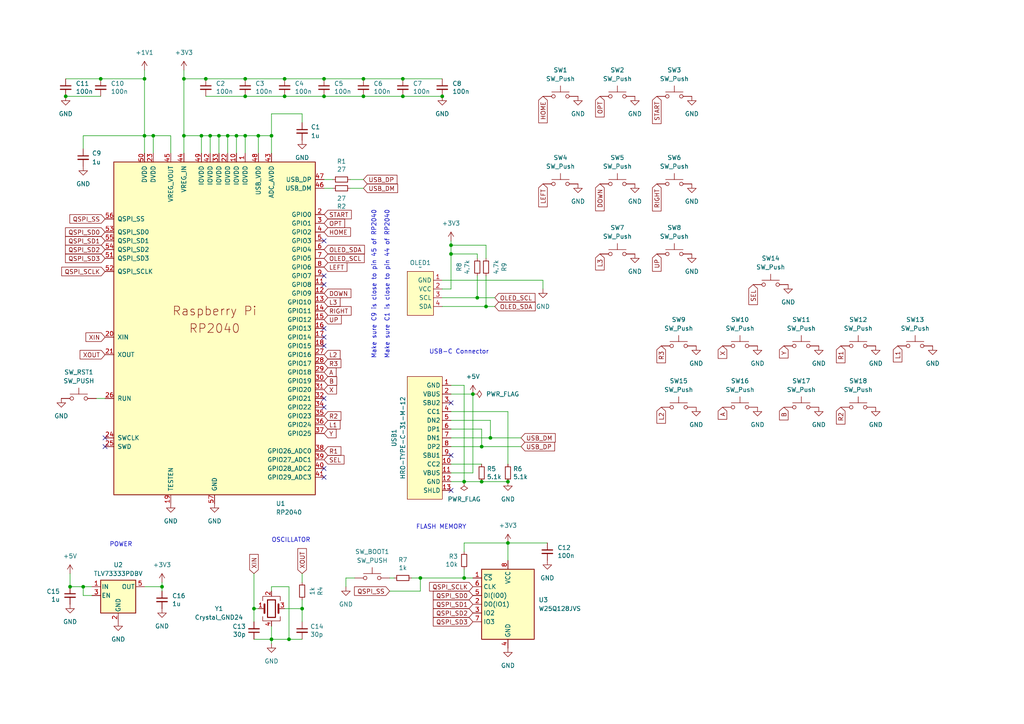
<source format=kicad_sch>
(kicad_sch (version 20230121) (generator eeschema)
  (paper "A4")
  (title_block (title "ergoSHIFT Rev.2") (date "2023-12-21") (rev "2"))
  (lib_symbols
    (symbol "Device:C_Small" (pin_numbers hide) (pin_names (offset 0.254) hide)
      (property "Reference" "C" (at 0.254 1.778 0))
      (property "Value" "C_Small" (at 0.254 -2.032 0))
      (symbol "C_Small_0_1"
        (polyline (pts (xy -1.524 -0.508) (xy 1.524 -0.508)) (stroke (width 0.3302)))
        (polyline (pts (xy -1.524 0.508) (xy 1.524 0.508)) (stroke (width 0.3048)))
      )
      (symbol "C_Small_1_1"
        (pin passive line (at 0 2.54 270) (length 2.032) (name "~") (number "1"))
        (pin passive line (at 0 -2.54 90) (length 2.032) (name "~") (number "2"))
      )
    )
    (symbol "Device:Crystal_GND24" (pin_names (offset 1.016) hide)
      (property "Reference" "Y" (at 3.175 5.08 0))
      (property "Value" "Crystal_GND24" (at 3.175 3.175 0))
      (symbol "Crystal_GND24_0_1"
        (rectangle (start -1.143 2.54) (end 1.143 -2.54) (stroke (width 0.3048)))
        (polyline (pts (xy -2.54 0) (xy -2.032 0)))
        (polyline (pts (xy -2.032 -1.27) (xy -2.032 1.27)) (stroke (width 0.508)))
        (polyline (pts (xy 0 -3.81) (xy 0 -3.556)))
        (polyline (pts (xy 0 3.556) (xy 0 3.81)))
        (polyline (pts (xy 2.032 -1.27) (xy 2.032 1.27)) (stroke (width 0.508)))
        (polyline (pts (xy 2.032 0) (xy 2.54 0)))
        (polyline (pts (xy -2.54 -2.286) (xy -2.54 -3.556) (xy 2.54 -3.556) (xy 2.54 -2.286)))
        (polyline (pts (xy -2.54 2.286) (xy -2.54 3.556) (xy 2.54 3.556) (xy 2.54 2.286)))
      )
      (symbol "Crystal_GND24_1_1"
        (pin passive line (at -3.81 0 0) (length 1.27) (name "1") (number "1"))
        (pin passive line (at 0 5.08 270) (length 1.27) (name "2") (number "2"))
        (pin passive line (at 3.81 0 180) (length 1.27) (name "3") (number "3"))
        (pin passive line (at 0 -5.08 90) (length 1.27) (name "4") (number "4"))
      )
    )
    (symbol "Device:R_Small" (pin_numbers hide) (pin_names (offset 0.254) hide)
      (property "Reference" "R" (at 0.762 0.508 0))
      (property "Value" "R_Small" (at 0.762 -1.016 0))
      (symbol "R_Small_0_1"
        (rectangle (start -0.762 1.778) (end 0.762 -1.778) (stroke (width 0.2032)))
      )
      (symbol "R_Small_1_1"
        (pin passive line (at 0 2.54 270) (length 0.762) (name "~") (number "1"))
        (pin passive line (at 0 -2.54 90) (length 0.762) (name "~") (number "2"))
      )
    )
    (symbol "Memory_Flash:W25Q128JVS"
      (property "Reference" "U" (at -8.89 8.89 0))
      (property "Value" "W25Q128JVS" (at 7.62 8.89 0))
      (symbol "W25Q128JVS_0_1"
        (rectangle (start -7.62 10.16) (end 7.62 -10.16) (stroke (width 0.254)) (fill (type background)))
      )
      (symbol "W25Q128JVS_1_1"
        (pin input line (at -10.16 7.62 0) (length 2.54) (name "~{CS}") (number "1"))
        (pin bidirectional line (at -10.16 0 0) (length 2.54) (name "DO(IO1)") (number "2"))
        (pin bidirectional line (at -10.16 -2.54 0) (length 2.54) (name "IO2") (number "3"))
        (pin power_in line (at 0 -12.7 90) (length 2.54) (name "GND") (number "4"))
        (pin bidirectional line (at -10.16 2.54 0) (length 2.54) (name "DI(IO0)") (number "5"))
        (pin input line (at -10.16 5.08 0) (length 2.54) (name "CLK") (number "6"))
        (pin bidirectional line (at -10.16 -5.08 0) (length 2.54) (name "IO3") (number "7"))
        (pin power_in line (at 0 12.7 270) (length 2.54) (name "VCC") (number "8"))
      )
    )
    (symbol "Regulator_Linear:TLV73333PDBV" (pin_names (offset 0.254))
      (property "Reference" "U" (at -3.81 5.715 0))
      (property "Value" "TLV73333PDBV" (at 0 5.715 0))
      (symbol "TLV73333PDBV_0_1"
        (rectangle (start -5.08 4.445) (end 5.08 -5.08) (stroke (width 0.254)) (fill (type background)))
      )
      (symbol "TLV73333PDBV_1_1"
        (pin power_in line (at -7.62 2.54 0) (length 2.54) (name "IN") (number "1"))
        (pin power_in line (at 0 -7.62 90) (length 2.54) (name "GND") (number "2"))
        (pin input line (at -7.62 0 0) (length 2.54) (name "EN") (number "3"))
        (pin no_connect line (at 5.08 0 180) (length 2.54) hide (name "NC") (number "4"))
        (pin power_out line (at 7.62 2.54 180) (length 2.54) (name "OUT") (number "5"))
      )
    )
    (symbol "Switch:SW_Push" (pin_numbers hide) (pin_names (offset 1.016) hide)
      (property "Reference" "SW" (at 1.27 2.54 0))
      (property "Value" "SW_Push" (at 0 -1.524 0))
      (symbol "SW_Push_0_1"
        (circle (center -2.032 0) (radius 0.508))
        (polyline (pts (xy 0 1.27) (xy 0 3.048)))
        (polyline (pts (xy 2.54 1.27) (xy -2.54 1.27)))
        (circle (center 2.032 0) (radius 0.508))
        (pin passive line (at -5.08 0 0) (length 2.54) (name "1") (number "1"))
        (pin passive line (at 5.08 0 180) (length 2.54) (name "2") (number "2"))
      )
    )
    (symbol "ergoSHIFT-rev2:HRO-TYPE-C-31-M-12"
      (property "Reference" "USB" (at 0 0 0))
      (symbol "HRO-TYPE-C-31-M-12_1_1"
        (rectangle (start -5.08 -1.27) (end 5.08 -36.83) (fill (type background)))
        (pin input line (at 7.62 -3.81 180) (length 2.54) (name "GND") (number "1"))
        (pin input line (at 7.62 -26.67 180) (length 2.54) (name "CC2") (number "10"))
        (pin input line (at 7.62 -29.21 180) (length 2.54) (name "VBUS") (number "11"))
        (pin input line (at 7.62 -31.75 180) (length 2.54) (name "GND") (number "12"))
        (pin input line (at 7.62 -34.29 180) (length 2.54) (name "SHLD") (number "13"))
        (pin input line (at 7.62 -6.35 180) (length 2.54) (name "VBUS") (number "2"))
        (pin input line (at 7.62 -8.89 180) (length 2.54) (name "SBU2") (number "3"))
        (pin input line (at 7.62 -11.43 180) (length 2.54) (name "CC1") (number "4"))
        (pin input line (at 7.62 -13.97 180) (length 2.54) (name "DN2") (number "5"))
        (pin input line (at 7.62 -16.51 180) (length 2.54) (name "DP1") (number "6"))
        (pin input line (at 7.62 -19.05 180) (length 2.54) (name "DN1") (number "7"))
        (pin input line (at 7.62 -21.59 180) (length 2.54) (name "DP2") (number "8"))
        (pin input line (at 7.62 -24.13 180) (length 2.54) (name "SBU1") (number "9"))
      )
    )
    (symbol "ergoSHIFT-rev2:OLED_DISP"
      (property "Reference" "OLED" (at 0 0 0))
      (symbol "OLED_DISP_1_1"
        (rectangle (start -3.81 -1.27) (end 3.81 -13.97) (fill (type background)))
        (pin power_in line (at 6.35 -3.81 180) (length 2.54) (name "GND") (number "1"))
        (pin power_in line (at 6.35 -6.35 180) (length 2.54) (name "VCC") (number "2"))
        (pin input line (at 6.35 -8.89 180) (length 2.54) (name "SCL") (number "3"))
        (pin input line (at 6.35 -11.43 180) (length 2.54) (name "SDA") (number "4"))
      )
    )
    (symbol "ergoSHIFT-rev2:RP2040" (pin_names (offset 1.016))
      (property "Reference" "U" (at -29.21 49.53 0))
      (property "Value" "RP2040" (at 24.13 -49.53 0))
      (symbol "RP2040_0_0"
        (text "Raspberry Pi" (at 0 5.08 0) (effects (font (size 2.54 2.54))))
        (text "RP2040" (at 0 0 0) (effects (font (size 2.54 2.54))))
      )
      (symbol "RP2040_0_1"
        (rectangle (start 29.21 48.26) (end -29.21 -48.26) (stroke (width 0.254)) (fill (type background)))
      )
      (symbol "RP2040_1_1"
        (pin power_in line (at 8.89 50.8 270) (length 2.54) (name "IOVDD") (number "1"))
        (pin power_in line (at 6.35 50.8 270) (length 2.54) (name "IOVDD") (number "10"))
        (pin bidirectional line (at 31.75 12.7 180) (length 2.54) (name "GPIO8") (number "11"))
        (pin bidirectional line (at 31.75 10.16 180) (length 2.54) (name "GPIO9") (number "12"))
        (pin bidirectional line (at 31.75 7.62 180) (length 2.54) (name "GPIO10") (number "13"))
        (pin bidirectional line (at 31.75 5.08 180) (length 2.54) (name "GPIO11") (number "14"))
        (pin bidirectional line (at 31.75 2.54 180) (length 2.54) (name "GPIO12") (number "15"))
        (pin bidirectional line (at 31.75 0 180) (length 2.54) (name "GPIO13") (number "16"))
        (pin bidirectional line (at 31.75 -2.54 180) (length 2.54) (name "GPIO14") (number "17"))
        (pin bidirectional line (at 31.75 -5.08 180) (length 2.54) (name "GPIO15") (number "18"))
        (pin passive line (at -12.7 -50.8 90) (length 2.54) (name "TESTEN") (number "19"))
        (pin bidirectional line (at 31.75 33.02 180) (length 2.54) (name "GPIO0") (number "2"))
        (pin input line (at -31.75 -2.54 0) (length 2.54) (name "XIN") (number "20"))
        (pin passive line (at -31.75 -7.62 0) (length 2.54) (name "XOUT") (number "21"))
        (pin power_in line (at 3.81 50.8 270) (length 2.54) (name "IOVDD") (number "22"))
        (pin power_in line (at -17.78 50.8 270) (length 2.54) (name "DVDD") (number "23"))
        (pin output line (at -31.75 -31.75 0) (length 2.54) (name "SWCLK") (number "24"))
        (pin bidirectional line (at -31.75 -34.29 0) (length 2.54) (name "SWD") (number "25"))
        (pin input line (at -31.75 -20.32 0) (length 2.54) (name "RUN") (number "26"))
        (pin bidirectional line (at 31.75 -7.62 180) (length 2.54) (name "GPIO16") (number "27"))
        (pin bidirectional line (at 31.75 -10.16 180) (length 2.54) (name "GPIO17") (number "28"))
        (pin bidirectional line (at 31.75 -12.7 180) (length 2.54) (name "GPIO18") (number "29"))
        (pin bidirectional line (at 31.75 30.48 180) (length 2.54) (name "GPIO1") (number "3"))
        (pin bidirectional line (at 31.75 -15.24 180) (length 2.54) (name "GPIO19") (number "30"))
        (pin bidirectional line (at 31.75 -17.78 180) (length 2.54) (name "GPIO20") (number "31"))
        (pin bidirectional line (at 31.75 -20.32 180) (length 2.54) (name "GPIO21") (number "32"))
        (pin power_in line (at 1.27 50.8 270) (length 2.54) (name "IOVDD") (number "33"))
        (pin bidirectional line (at 31.75 -22.86 180) (length 2.54) (name "GPIO22") (number "34"))
        (pin bidirectional line (at 31.75 -25.4 180) (length 2.54) (name "GPIO23") (number "35"))
        (pin bidirectional line (at 31.75 -27.94 180) (length 2.54) (name "GPIO24") (number "36"))
        (pin bidirectional line (at 31.75 -30.48 180) (length 2.54) (name "GPIO25") (number "37"))
        (pin bidirectional line (at 31.75 -35.56 180) (length 2.54) (name "GPIO26_ADC0") (number "38"))
        (pin bidirectional line (at 31.75 -38.1 180) (length 2.54) (name "GPIO27_ADC1") (number "39"))
        (pin bidirectional line (at 31.75 27.94 180) (length 2.54) (name "GPIO2") (number "4"))
        (pin bidirectional line (at 31.75 -40.64 180) (length 2.54) (name "GPIO28_ADC2") (number "40"))
        (pin bidirectional line (at 31.75 -43.18 180) (length 2.54) (name "GPIO29_ADC3") (number "41"))
        (pin power_in line (at -1.27 50.8 270) (length 2.54) (name "IOVDD") (number "42"))
        (pin power_in line (at 16.51 50.8 270) (length 2.54) (name "ADC_AVDD") (number "43"))
        (pin power_in line (at -8.89 50.8 270) (length 2.54) (name "VREG_IN") (number "44"))
        (pin power_out line (at -12.7 50.8 270) (length 2.54) (name "VREG_VOUT") (number "45"))
        (pin bidirectional line (at 31.75 40.64 180) (length 2.54) (name "USB_DM") (number "46"))
        (pin bidirectional line (at 31.75 43.18 180) (length 2.54) (name "USB_DP") (number "47"))
        (pin power_in line (at 12.7 50.8 270) (length 2.54) (name "USB_VDD") (number "48"))
        (pin power_in line (at -3.81 50.8 270) (length 2.54) (name "IOVDD") (number "49"))
        (pin bidirectional line (at 31.75 25.4 180) (length 2.54) (name "GPIO3") (number "5"))
        (pin power_in line (at -20.32 50.8 270) (length 2.54) (name "DVDD") (number "50"))
        (pin bidirectional line (at -31.75 20.32 0) (length 2.54) (name "QSPI_SD3") (number "51"))
        (pin output line (at -31.75 16.51 0) (length 2.54) (name "QSPI_SCLK") (number "52"))
        (pin bidirectional line (at -31.75 27.94 0) (length 2.54) (name "QSPI_SD0") (number "53"))
        (pin bidirectional line (at -31.75 22.86 0) (length 2.54) (name "QSPI_SD2") (number "54"))
        (pin bidirectional line (at -31.75 25.4 0) (length 2.54) (name "QSPI_SD1") (number "55"))
        (pin bidirectional line (at -31.75 31.75 0) (length 2.54) (name "QSPI_SS") (number "56"))
        (pin power_in line (at 0 -50.8 90) (length 2.54) (name "GND") (number "57"))
        (pin bidirectional line (at 31.75 22.86 180) (length 2.54) (name "GPIO4") (number "6"))
        (pin bidirectional line (at 31.75 20.32 180) (length 2.54) (name "GPIO5") (number "7"))
        (pin bidirectional line (at 31.75 17.78 180) (length 2.54) (name "GPIO6") (number "8"))
        (pin bidirectional line (at 31.75 15.24 180) (length 2.54) (name "GPIO7") (number "9"))
      )
    )
    (symbol "power:+1V1" (power) (pin_names (offset 0))
      (property "Value" "+1V1" (at 0 3.556 0))
      (symbol "+1V1_0_1"
        (polyline (pts (xy -0.762 1.27) (xy 0 2.54)))
        (polyline (pts (xy 0 0) (xy 0 2.54)))
        (polyline (pts (xy 0 2.54) (xy 0.762 1.27)))
      )
      (symbol "+1V1_1_1"
        (pin power_in line (at 0 0 90) (length 0) hide (name "+1V1") (number "1"))
      )
    )
    (symbol "power:+3V3" (power) (pin_names (offset 0))
      (property "Value" "+3V3" (at 0 3.556 0))
      (symbol "+3V3_0_1"
        (polyline (pts (xy -0.762 1.27) (xy 0 2.54)))
        (polyline (pts (xy 0 0) (xy 0 2.54)))
        (polyline (pts (xy 0 2.54) (xy 0.762 1.27)))
      )
      (symbol "+3V3_1_1"
        (pin power_in line (at 0 0 90) (length 0) hide (name "+3V3") (number "1"))
      )
    )
    (symbol "power:+5V" (power) (pin_names (offset 0))
      (property "Value" "+5V" (at 0 3.556 0))
      (symbol "+5V_0_1"
        (polyline (pts (xy -0.762 1.27) (xy 0 2.54)))
        (polyline (pts (xy 0 0) (xy 0 2.54)))
        (polyline (pts (xy 0 2.54) (xy 0.762 1.27)))
      )
      (symbol "+5V_1_1"
        (pin power_in line (at 0 0 90) (length 0) hide (name "+5V") (number "1"))
      )
    )
    (symbol "power:GND" (power) (pin_names (offset 0))
      (property "Value" "GND" (at 0 -3.81 0))
      (symbol "GND_0_1"
        (polyline (pts (xy 0 0) (xy 0 -1.27) (xy 1.27 -1.27) (xy 0 -2.54) (xy -1.27 -1.27) (xy 0 -1.27)))
      )
      (symbol "GND_1_1"
        (pin power_in line (at 0 0 270) (length 0) hide (name "GND") (number "1"))
      )
    )
    (symbol "power:PWR_FLAG" (power) (pin_numbers hide) (pin_names (offset 0) hide)
      (property "Value" "PWR_FLAG" (at 0 3.81 0))
      (symbol "PWR_FLAG_0_0"
        (pin power_out line (at 0 0 90) (length 0) (name "pwr") (number "1"))
      )
      (symbol "PWR_FLAG_0_1"
        (polyline (pts (xy 0 0) (xy 0 1.27) (xy -1.016 1.905) (xy 0 2.54) (xy 1.016 1.905) (xy 0 1.27)))
      )
    )
  )
  (junction (at 140.97 88.9))
  (junction (at 71.12 27.94))
  (junction (at 73.66 176.53))
  (junction (at 41.91 39.37))
  (junction (at 137.16 114.3))
  (junction (at 139.7 139.7))
  (junction (at 139.7 129.54))
  (junction (at 60.96 39.37))
  (junction (at 130.81 73.66))
  (junction (at 53.34 39.37))
  (junction (at 134.62 167.64))
  (junction (at 116.84 22.86))
  (junction (at 130.81 71.12))
  (junction (at 147.32 139.7))
  (junction (at 134.62 139.7))
  (junction (at 87.63 176.53))
  (junction (at 116.84 27.94))
  (junction (at 147.32 157.48))
  (junction (at 121.92 167.64))
  (junction (at 59.69 22.86))
  (junction (at 53.34 22.86))
  (junction (at 78.74 185.42))
  (junction (at 93.98 22.86))
  (junction (at 63.5 39.37))
  (junction (at 82.55 22.86))
  (junction (at 19.05 27.94))
  (junction (at 74.93 39.37))
  (junction (at 44.45 39.37))
  (junction (at 93.98 27.94))
  (junction (at 138.43 86.36))
  (junction (at 142.24 127))
  (junction (at 29.21 22.86))
  (junction (at 105.41 22.86))
  (junction (at 105.41 27.94))
  (junction (at 24.13 170.18))
  (junction (at 82.55 27.94))
  (junction (at 78.74 39.37))
  (junction (at 68.58 39.37))
  (junction (at 83.82 185.42))
  (junction (at 41.91 22.86))
  (junction (at 20.32 170.18))
  (junction (at 71.12 22.86))
  (junction (at 66.04 39.37))
  (junction (at 71.12 39.37))
  (junction (at 128.27 27.94))
  (junction (at 58.42 39.37))
  (junction (at 46.99 170.18))
  (no_connect (at 93.98 95.25))
  (no_connect (at 30.48 127))
  (no_connect (at 130.81 132.08))
  (no_connect (at 93.98 97.79))
  (no_connect (at 130.81 142.24))
  (no_connect (at 130.81 116.84))
  (no_connect (at 93.98 135.89))
  (no_connect (at 93.98 80.01))
  (no_connect (at 93.98 138.43))
  (no_connect (at 93.98 100.33))
  (no_connect (at 93.98 118.11))
  (no_connect (at 30.48 129.54))
  (no_connect (at 93.98 82.55))
  (no_connect (at 93.98 115.57))
  (no_connect (at 93.98 69.85))
  (wire (pts (xy 87.63 166.37) (xy 87.63 168.91)))
  (wire (pts (xy 41.91 39.37) (xy 44.45 39.37)))
  (wire (pts (xy 44.45 39.37) (xy 44.45 44.45)))
  (wire (pts (xy 46.99 170.18) (xy 46.99 171.45)))
  (wire (pts (xy 82.55 22.86) (xy 93.98 22.86)))
  (wire (pts (xy 130.81 139.7) (xy 134.62 139.7)))
  (wire (pts (xy 116.84 27.94) (xy 128.27 27.94)))
  (wire (pts (xy 20.32 170.18) (xy 24.13 170.18)))
  (wire (pts (xy 78.74 44.45) (xy 78.74 39.37)))
  (wire (pts (xy 130.81 114.3) (xy 137.16 114.3)))
  (wire (pts (xy 138.43 86.36) (xy 143.51 86.36)))
  (wire (pts (xy 140.97 88.9) (xy 128.27 88.9)))
  (wire (pts (xy 63.5 39.37) (xy 63.5 44.45)))
  (wire (pts (xy 73.66 185.42) (xy 78.74 185.42)))
  (wire (pts (xy 134.62 160.02) (xy 134.62 157.48)))
  (wire (pts (xy 140.97 80.01) (xy 140.97 88.9)))
  (wire (pts (xy 139.7 129.54) (xy 151.13 129.54)))
  (wire (pts (xy 134.62 157.48) (xy 147.32 157.48)))
  (wire (pts (xy 130.81 127) (xy 142.24 127)))
  (wire (pts (xy 58.42 39.37) (xy 60.96 39.37)))
  (wire (pts (xy 142.24 121.92) (xy 142.24 127)))
  (wire (pts (xy 78.74 33.02) (xy 78.74 39.37)))
  (wire (pts (xy 130.81 124.46) (xy 139.7 124.46)))
  (wire (pts (xy 73.66 166.37) (xy 73.66 176.53)))
  (wire (pts (xy 139.7 139.7) (xy 147.32 139.7)))
  (wire (pts (xy 134.62 167.64) (xy 137.16 167.64)))
  (wire (pts (xy 128.27 86.36) (xy 138.43 86.36)))
  (wire (pts (xy 138.43 73.66) (xy 130.81 73.66)))
  (wire (pts (xy 140.97 74.93) (xy 140.97 71.12)))
  (wire (pts (xy 73.66 176.53) (xy 73.66 180.34)))
  (wire (pts (xy 41.91 44.45) (xy 41.91 39.37)))
  (wire (pts (xy 60.96 39.37) (xy 60.96 44.45)))
  (wire (pts (xy 53.34 39.37) (xy 53.34 44.45)))
  (wire (pts (xy 27.94 115.57) (xy 30.48 115.57)))
  (wire (pts (xy 63.5 39.37) (xy 66.04 39.37)))
  (wire (pts (xy 83.82 170.18) (xy 83.82 185.42)))
  (wire (pts (xy 78.74 171.45) (xy 78.74 170.18)))
  (wire (pts (xy 101.6 54.61) (xy 105.41 54.61)))
  (wire (pts (xy 137.16 137.16) (xy 130.81 137.16)))
  (wire (pts (xy 100.33 167.64) (xy 102.87 167.64)))
  (wire (pts (xy 78.74 170.18) (xy 83.82 170.18)))
  (wire (pts (xy 19.05 27.94) (xy 29.21 27.94)))
  (wire (pts (xy 93.98 54.61) (xy 96.52 54.61)))
  (wire (pts (xy 73.66 176.53) (xy 74.93 176.53)))
  (wire (pts (xy 130.81 73.66) (xy 130.81 83.82)))
  (wire (pts (xy 143.51 88.9) (xy 140.97 88.9)))
  (wire (pts (xy 87.63 180.34) (xy 87.63 176.53)))
  (wire (pts (xy 53.34 20.32) (xy 53.34 22.86)))
  (wire (pts (xy 71.12 39.37) (xy 68.58 39.37)))
  (wire (pts (xy 130.81 69.85) (xy 130.81 71.12)))
  (wire (pts (xy 59.69 22.86) (xy 71.12 22.86)))
  (wire (pts (xy 46.99 168.91) (xy 46.99 170.18)))
  (wire (pts (xy 71.12 39.37) (xy 71.12 44.45)))
  (wire (pts (xy 147.32 157.48) (xy 158.75 157.48)))
  (wire (pts (xy 74.93 39.37) (xy 74.93 44.45)))
  (wire (pts (xy 93.98 27.94) (xy 105.41 27.94)))
  (wire (pts (xy 60.96 39.37) (xy 63.5 39.37)))
  (wire (pts (xy 121.92 167.64) (xy 121.92 171.45)))
  (wire (pts (xy 147.32 119.38) (xy 130.81 119.38)))
  (wire (pts (xy 58.42 39.37) (xy 58.42 44.45)))
  (wire (pts (xy 29.21 22.86) (xy 41.91 22.86)))
  (wire (pts (xy 26.67 172.72) (xy 24.13 172.72)))
  (wire (pts (xy 134.62 165.1) (xy 134.62 167.64)))
  (wire (pts (xy 157.48 81.28) (xy 157.48 83.82)))
  (wire (pts (xy 20.32 166.37) (xy 20.32 170.18)))
  (wire (pts (xy 53.34 22.86) (xy 59.69 22.86)))
  (wire (pts (xy 24.13 172.72) (xy 24.13 170.18)))
  (wire (pts (xy 93.98 52.07) (xy 96.52 52.07)))
  (wire (pts (xy 121.92 167.64) (xy 134.62 167.64)))
  (wire (pts (xy 130.81 83.82) (xy 128.27 83.82)))
  (wire (pts (xy 87.63 176.53) (xy 82.55 176.53)))
  (wire (pts (xy 134.62 111.76) (xy 130.81 111.76)))
  (wire (pts (xy 74.93 39.37) (xy 71.12 39.37)))
  (wire (pts (xy 24.13 39.37) (xy 41.91 39.37)))
  (wire (pts (xy 139.7 124.46) (xy 139.7 129.54)))
  (wire (pts (xy 130.81 121.92) (xy 142.24 121.92)))
  (wire (pts (xy 53.34 39.37) (xy 58.42 39.37)))
  (wire (pts (xy 101.6 52.07) (xy 105.41 52.07)))
  (wire (pts (xy 78.74 185.42) (xy 83.82 185.42)))
  (wire (pts (xy 130.81 129.54) (xy 139.7 129.54)))
  (wire (pts (xy 68.58 39.37) (xy 68.58 44.45)))
  (wire (pts (xy 116.84 22.86) (xy 128.27 22.86)))
  (wire (pts (xy 41.91 22.86) (xy 41.91 39.37)))
  (wire (pts (xy 19.05 22.86) (xy 29.21 22.86)))
  (wire (pts (xy 134.62 139.7) (xy 134.62 111.76)))
  (wire (pts (xy 41.91 170.18) (xy 46.99 170.18)))
  (wire (pts (xy 134.62 139.7) (xy 139.7 139.7)))
  (wire (pts (xy 53.34 22.86) (xy 53.34 39.37)))
  (wire (pts (xy 87.63 35.56) (xy 87.63 33.02)))
  (wire (pts (xy 105.41 27.94) (xy 116.84 27.94)))
  (wire (pts (xy 100.33 170.18) (xy 100.33 167.64)))
  (wire (pts (xy 130.81 134.62) (xy 139.7 134.62)))
  (wire (pts (xy 82.55 27.94) (xy 93.98 27.94)))
  (wire (pts (xy 78.74 185.42) (xy 78.74 186.69)))
  (wire (pts (xy 71.12 27.94) (xy 82.55 27.94)))
  (wire (pts (xy 119.38 167.64) (xy 121.92 167.64)))
  (wire (pts (xy 87.63 33.02) (xy 78.74 33.02)))
  (wire (pts (xy 140.97 71.12) (xy 130.81 71.12)))
  (wire (pts (xy 130.81 71.12) (xy 130.81 73.66)))
  (wire (pts (xy 87.63 173.99) (xy 87.63 176.53)))
  (wire (pts (xy 128.27 81.28) (xy 157.48 81.28)))
  (wire (pts (xy 83.82 185.42) (xy 87.63 185.42)))
  (wire (pts (xy 71.12 22.86) (xy 82.55 22.86)))
  (wire (pts (xy 78.74 181.61) (xy 78.74 185.42)))
  (wire (pts (xy 78.74 39.37) (xy 74.93 39.37)))
  (wire (pts (xy 105.41 22.86) (xy 116.84 22.86)))
  (wire (pts (xy 147.32 134.62) (xy 147.32 119.38)))
  (wire (pts (xy 138.43 80.01) (xy 138.43 86.36)))
  (wire (pts (xy 113.03 171.45) (xy 121.92 171.45)))
  (wire (pts (xy 44.45 39.37) (xy 49.53 39.37)))
  (wire (pts (xy 137.16 114.3) (xy 137.16 137.16)))
  (wire (pts (xy 142.24 127) (xy 151.13 127)))
  (wire (pts (xy 138.43 74.93) (xy 138.43 73.66)))
  (wire (pts (xy 66.04 39.37) (xy 68.58 39.37)))
  (wire (pts (xy 113.03 167.64) (xy 114.3 167.64)))
  (wire (pts (xy 49.53 39.37) (xy 49.53 44.45)))
  (wire (pts (xy 24.13 43.18) (xy 24.13 39.37)))
  (wire (pts (xy 24.13 170.18) (xy 26.67 170.18)))
  (wire (pts (xy 59.69 27.94) (xy 71.12 27.94)))
  (wire (pts (xy 147.32 157.48) (xy 147.32 162.56)))
  (wire (pts (xy 66.04 44.45) (xy 66.04 39.37)))
  (wire (pts (xy 93.98 22.86) (xy 105.41 22.86)))
  (wire (pts (xy 41.91 20.32) (xy 41.91 22.86)))
  (text "FLASH MEMORY" (at 120.65 153.67 0) (effects (font (size 1.27 1.27)) (justify left bottom)))
  (text "OSCILLATOR\n" (at 78.74 157.48 0) (effects (font (size 1.27 1.27)) (justify left bottom)))
  (text "Make sure C9 is close to pin 45 of RP2040" (at 109.22 104.14 90) (effects (font (size 1.27 1.27)) (justify left bottom)))
  (text "Make sure C1 is close to pin 44 of RP2040" (at 113.03 104.14 90) (effects (font (size 1.27 1.27)) (justify left bottom)))
  (text "USB-C Connector" (at 124.46 102.87 0) (effects (font (size 1.27 1.27)) (justify left bottom)))
  (text "POWER\n" (at 31.75 158.75 0) (effects (font (size 1.27 1.27)) (justify left bottom)))
  (global_label "L2" (shape input) (at 93.98 102.87 0) (property "Intersheetrefs" "${INTERSHEET_REFS}" (effects hide)))
  (global_label "LEFT" (shape input) (at 157.48 53.34 270) (property "Intersheetrefs" "${INTERSHEET_REFS}" (effects hide)))
  (global_label "X" (shape input) (at 93.98 113.03 0) (property "Intersheetrefs" "${INTERSHEET_REFS}" (effects hide)))
  (global_label "LEFT" (shape input) (at 93.98 77.47 0) (property "Intersheetrefs" "${INTERSHEET_REFS}" (effects hide)))
  (global_label "QSPI_SD2" (shape input) (at 137.16 177.8 180) (property "Intersheetrefs" "${INTERSHEET_REFS}" (effects hide)))
  (global_label "QSPI_SS" (shape input) (at 113.03 171.45 180) (property "Intersheetrefs" "${INTERSHEET_REFS}" (effects hide)))
  (global_label "UP" (shape input) (at 190.5 73.66 270) (property "Intersheetrefs" "${INTERSHEET_REFS}" (effects hide)))
  (global_label "L2" (shape input) (at 191.77 118.11 270) (property "Intersheetrefs" "${INTERSHEET_REFS}" (effects hide)))
  (global_label "A" (shape input) (at 93.98 107.95 0) (property "Intersheetrefs" "${INTERSHEET_REFS}" (effects hide)))
  (global_label "XOUT" (shape input) (at 87.63 166.37 90) (property "Intersheetrefs" "${INTERSHEET_REFS}" (effects hide)))
  (global_label "USB_DP" (shape input) (at 151.13 129.54 0) (property "Intersheetrefs" "${INTERSHEET_REFS}" (effects hide)))
  (global_label "QSPI_SD3" (shape input) (at 137.16 180.34 180) (property "Intersheetrefs" "${INTERSHEET_REFS}" (effects hide)))
  (global_label "R1" (shape input) (at 93.98 130.81 0) (property "Intersheetrefs" "${INTERSHEET_REFS}" (effects hide)))
  (global_label "R3" (shape input) (at 191.77 100.33 270) (property "Intersheetrefs" "${INTERSHEET_REFS}" (effects hide)))
  (global_label "RIGHT" (shape input) (at 93.98 90.17 0) (property "Intersheetrefs" "${INTERSHEET_REFS}" (effects hide)))
  (global_label "OPT" (shape input) (at 93.98 64.77 0) (property "Intersheetrefs" "${INTERSHEET_REFS}" (effects hide)))
  (global_label "R1" (shape input) (at 243.84 100.33 270) (property "Intersheetrefs" "${INTERSHEET_REFS}" (effects hide)))
  (global_label "QSPI_SD1" (shape input) (at 137.16 175.26 180) (property "Intersheetrefs" "${INTERSHEET_REFS}" (effects hide)))
  (global_label "HOME" (shape input) (at 93.98 67.31 0) (property "Intersheetrefs" "${INTERSHEET_REFS}" (effects hide)))
  (global_label "UP" (shape input) (at 93.98 92.71 0) (property "Intersheetrefs" "${INTERSHEET_REFS}" (effects hide)))
  (global_label "B" (shape input) (at 93.98 110.49 0) (property "Intersheetrefs" "${INTERSHEET_REFS}" (effects hide)))
  (global_label "OLED_SCL" (shape input) (at 143.51 86.36 0) (property "Intersheetrefs" "${INTERSHEET_REFS}" (effects hide)))
  (global_label "USB_DM" (shape input) (at 151.13 127 0) (property "Intersheetrefs" "${INTERSHEET_REFS}" (effects hide)))
  (global_label "RIGHT" (shape input) (at 190.5 53.34 270) (property "Intersheetrefs" "${INTERSHEET_REFS}" (effects hide)))
  (global_label "DOWN" (shape input) (at 93.98 85.09 0) (property "Intersheetrefs" "${INTERSHEET_REFS}" (effects hide)))
  (global_label "L1" (shape input) (at 93.98 123.19 0) (property "Intersheetrefs" "${INTERSHEET_REFS}" (effects hide)))
  (global_label "R3" (shape input) (at 93.98 105.41 0) (property "Intersheetrefs" "${INTERSHEET_REFS}" (effects hide)))
  (global_label "R2" (shape input) (at 243.84 118.11 270) (property "Intersheetrefs" "${INTERSHEET_REFS}" (effects hide)))
  (global_label "XIN" (shape input) (at 73.66 166.37 90) (property "Intersheetrefs" "${INTERSHEET_REFS}" (effects hide)))
  (global_label "SEL" (shape input) (at 93.98 133.35 0) (property "Intersheetrefs" "${INTERSHEET_REFS}" (effects hide)))
  (global_label "L3" (shape input) (at 173.99 73.66 270) (property "Intersheetrefs" "${INTERSHEET_REFS}" (effects hide)))
  (global_label "QSPI_SD3" (shape input) (at 30.48 74.93 180) (property "Intersheetrefs" "${INTERSHEET_REFS}" (effects hide)))
  (global_label "START" (shape input) (at 93.98 62.23 0) (property "Intersheetrefs" "${INTERSHEET_REFS}" (effects hide)))
  (global_label "XIN" (shape input) (at 30.48 97.79 180) (property "Intersheetrefs" "${INTERSHEET_REFS}" (effects hide)))
  (global_label "R2" (shape input) (at 93.98 120.65 0) (property "Intersheetrefs" "${INTERSHEET_REFS}" (effects hide)))
  (global_label "QSPI_SD0" (shape input) (at 137.16 172.72 180) (property "Intersheetrefs" "${INTERSHEET_REFS}" (effects hide)))
  (global_label "OLED_SDA" (shape input) (at 143.51 88.9 0) (property "Intersheetrefs" "${INTERSHEET_REFS}" (effects hide)))
  (global_label "START" (shape input) (at 190.5 27.94 270) (property "Intersheetrefs" "${INTERSHEET_REFS}" (effects hide)))
  (global_label "QSPI_SD1" (shape input) (at 30.48 69.85 180) (property "Intersheetrefs" "${INTERSHEET_REFS}" (effects hide)))
  (global_label "Y" (shape input) (at 227.33 100.33 270) (property "Intersheetrefs" "${INTERSHEET_REFS}" (effects hide)))
  (global_label "QSPI_SS" (shape input) (at 30.48 63.5 180) (property "Intersheetrefs" "${INTERSHEET_REFS}" (effects hide)))
  (global_label "X" (shape input) (at 209.55 100.33 270) (property "Intersheetrefs" "${INTERSHEET_REFS}" (effects hide)))
  (global_label "QSPI_SCLK" (shape input) (at 137.16 170.18 180) (property "Intersheetrefs" "${INTERSHEET_REFS}" (effects hide)))
  (global_label "Y" (shape input) (at 93.98 125.73 0) (property "Intersheetrefs" "${INTERSHEET_REFS}" (effects hide)))
  (global_label "XOUT" (shape input) (at 30.48 102.87 180) (property "Intersheetrefs" "${INTERSHEET_REFS}" (effects hide)))
  (global_label "QSPI_SD0" (shape input) (at 30.48 67.31 180) (property "Intersheetrefs" "${INTERSHEET_REFS}" (effects hide)))
  (global_label "OPT" (shape input) (at 173.99 27.94 270) (property "Intersheetrefs" "${INTERSHEET_REFS}" (effects hide)))
  (global_label "QSPI_SD2" (shape input) (at 30.48 72.39 180) (property "Intersheetrefs" "${INTERSHEET_REFS}" (effects hide)))
  (global_label "HOME" (shape input) (at 157.48 27.94 270) (property "Intersheetrefs" "${INTERSHEET_REFS}" (effects hide)))
  (global_label "OLED_SCL" (shape input) (at 93.98 74.93 0) (property "Intersheetrefs" "${INTERSHEET_REFS}" (effects hide)))
  (global_label "SEL" (shape input) (at 218.44 82.55 270) (property "Intersheetrefs" "${INTERSHEET_REFS}" (effects hide)))
  (global_label "A" (shape input) (at 209.55 118.11 270) (property "Intersheetrefs" "${INTERSHEET_REFS}" (effects hide)))
  (global_label "B" (shape input) (at 227.33 118.11 270) (property "Intersheetrefs" "${INTERSHEET_REFS}" (effects hide)))
  (global_label "L3" (shape input) (at 93.98 87.63 0) (property "Intersheetrefs" "${INTERSHEET_REFS}" (effects hide)))
  (global_label "DOWN" (shape input) (at 173.99 53.34 270) (property "Intersheetrefs" "${INTERSHEET_REFS}" (effects hide)))
  (global_label "QSPI_SCLK" (shape input) (at 30.48 78.74 180) (property "Intersheetrefs" "${INTERSHEET_REFS}" (effects hide)))
  (global_label "L1" (shape input) (at 260.35 100.33 270) (property "Intersheetrefs" "${INTERSHEET_REFS}" (effects hide)))
  (global_label "OLED_SDA" (shape input) (at 93.98 72.39 0) (property "Intersheetrefs" "${INTERSHEET_REFS}" (effects hide)))
  (global_label "USB_DM" (shape input) (at 105.41 54.61 0) (property "Intersheetrefs" "${INTERSHEET_REFS}" (effects hide)))
  (global_label "USB_DP" (shape input) (at 105.41 52.07 0) (property "Intersheetrefs" "${INTERSHEET_REFS}" (effects hide)))
  (symbol (lib_id "Device:C_Small") (at 93.98 25.4 0) (unit 1)
    (property "Reference" "C5" (at 96.901 24.2316 0) (effects (justify left)))
    (property "Value" "100n" (at 96.901 26.543 0) (effects (justify left)))
    (property "Footprint" "Capacitor_SMD:C_0402_1005Metric" (effects hide))
    (property "LCSC" "C1525" (effects hide))
  )
  (symbol (lib_id "Device:R_Small") (at 134.62 162.56 0) (mirror y) (unit 1)
    (property "Reference" "R3" (at 132.842 161.3916 0) (effects (justify left)))
    (property "Value" "10k" (at 132.842 163.703 0) (effects (justify left)))
    (property "Footprint" "Resistor_SMD:R_0402_1005Metric" (effects hide))
    (property "LCSC" "C25744" (effects hide))
  )
  (symbol (lib_id "power:GND") (at 24.13 48.26 0) (unit 1)
    (property "Reference" "#PWR04" (effects hide))
    (property "Value" "GND" (at 24.13 53.34 0))
  )
  (symbol (lib_id "Device:R_Small") (at 99.06 52.07 270) (unit 1)
    (property "Reference" "R1" (at 99.06 46.8122 90))
    (property "Value" "27" (at 99.06 49.1236 90))
    (property "Footprint" "Resistor_SMD:R_0402_1005Metric" (effects hide))
    (property "LCSC" "C138021" (effects hide))
  )
  (symbol (lib_id "Switch:SW_Push") (at 195.58 27.94 0) (unit 1)
    (property "Reference" "SW3" (at 195.58 20.32 0))
    (property "Value" "SW_Push" (at 195.58 22.86 0))
    (property "Footprint" "Button_Switch_THT:SW_PUSH_6mm_H8.5mm" (effects hide))
  )
  (symbol (lib_id "power:GND") (at 200.66 73.66 0) (unit 1)
    (property "Reference" "#PWR031" (effects hide))
    (property "Value" "GND" (at 200.66 78.74 0))
  )
  (symbol (lib_id "Device:C_Small") (at 29.21 25.4 0) (unit 1)
    (property "Reference" "C10" (at 32.131 24.2316 0) (effects (justify left)))
    (property "Value" "100n" (at 32.131 26.543 0) (effects (justify left)))
    (property "Footprint" "Capacitor_SMD:C_0402_1005Metric" (effects hide))
    (property "LCSC" "C1525" (effects hide))
  )
  (symbol (lib_id "power:GND") (at 167.64 27.94 0) (unit 1)
    (property "Reference" "#PWR024" (effects hide))
    (property "Value" "GND" (at 167.64 33.02 0))
  )
  (symbol (lib_id "Device:C_Small") (at 116.84 25.4 0) (unit 1)
    (property "Reference" "C7" (at 119.761 24.2316 0) (effects (justify left)))
    (property "Value" "100n" (at 119.761 26.543 0) (effects (justify left)))
    (property "Footprint" "Capacitor_SMD:C_0402_1005Metric" (effects hide))
    (property "LCSC" "C1525" (effects hide))
  )
  (symbol (lib_id "Device:C_Small") (at 158.75 160.02 0) (unit 1)
    (property "Reference" "C12" (at 161.671 158.8516 0) (effects (justify left)))
    (property "Value" "100n" (at 161.671 161.163 0) (effects (justify left)))
    (property "Footprint" "Capacitor_SMD:C_0402_1005Metric" (effects hide))
    (property "LCSC" "C1525" (effects hide))
  )
  (symbol (lib_id "power:GND") (at 184.15 27.94 0) (unit 1)
    (property "Reference" "#PWR025" (effects hide))
    (property "Value" "GND" (at 184.15 33.02 0))
  )
  (symbol (lib_id "power:GND") (at 200.66 53.34 0) (unit 1)
    (property "Reference" "#PWR029" (effects hide))
    (property "Value" "GND" (at 200.66 58.42 0))
  )
  (symbol (lib_id "power:GND") (at 62.23 146.05 0) (unit 1)
    (property "Reference" "#PWR09" (effects hide))
    (property "Value" "GND" (at 62.23 151.13 0))
  )
  (symbol (lib_id "Device:C_Small") (at 82.55 25.4 0) (unit 1)
    (property "Reference" "C4" (at 85.471 24.2316 0) (effects (justify left)))
    (property "Value" "100n" (at 85.471 26.543 0) (effects (justify left)))
    (property "Footprint" "Capacitor_SMD:C_0402_1005Metric" (effects hide))
    (property "LCSC" "C1525" (effects hide))
  )
  (symbol (lib_id "power:+5V") (at 20.32 166.37 0) (unit 1)
    (property "Reference" "#PWR019" (effects hide))
    (property "Value" "+5V" (at 20.32 161.29 0))
  )
  (symbol (lib_id "Regulator_Linear:TLV73333PDBV") (at 34.29 172.72 0) (unit 1)
    (property "Reference" "U2" (at 34.29 163.83 0))
    (property "Value" "TLV73333PDBV" (at 34.29 166.37 0))
    (property "Footprint" "Package_TO_SOT_SMD:SOT-23-5" (effects hide))
    (property "Datasheet" "http://www.ti.com/lit/ds/symlink/tlv733p.pdf" (effects hide))
    (property "LCSC" "C134139" (effects hide))
  )
  (symbol (lib_id "power:GND") (at 201.93 100.33 0) (unit 1)
    (property "Reference" "#PWR033" (effects hide))
    (property "Value" "GND" (at 201.93 105.41 0))
  )
  (symbol (lib_id "Memory_Flash:W25Q128JVS") (at 147.32 175.26 0) (unit 1)
    (property "Reference" "U3" (at 156.21 173.99 0) (effects (justify left)))
    (property "Value" "W25Q128JVS" (at 156.21 176.53 0) (effects (justify left)))
    (property "Footprint" "Package_SO:SOIC-8_5.23x5.23mm_P1.27mm" (effects hide))
    (property "Datasheet" "http://www.winbond.com/resource-files/w25q128jv_dtr%20revc%2003272018%20plus.pdf" (effects hide))
    (property "LCSC" "C97521" (effects hide))
  )
  (symbol (lib_id "power:GND") (at 219.71 118.11 0) (unit 1)
    (property "Reference" "#PWR039" (effects hide))
    (property "Value" "GND" (at 219.71 123.19 0))
  )
  (symbol (lib_id "power:GND") (at 270.51 100.33 0) (unit 1)
    (property "Reference" "#PWR037" (effects hide))
    (property "Value" "GND" (at 270.51 105.41 0))
  )
  (symbol (lib_id "Device:C_Small") (at 46.99 173.99 0) (unit 1)
    (property "Reference" "C16" (at 49.911 172.8216 0) (effects (justify left)))
    (property "Value" "1u" (at 49.911 175.133 0) (effects (justify left)))
    (property "Footprint" "Capacitor_SMD:C_0402_1005Metric" (effects hide))
    (property "LCSC" "C52923" (effects hide))
  )
  (symbol (lib_id "power:GND") (at 147.32 187.96 0) (unit 1)
    (property "Reference" "#PWR013" (effects hide))
    (property "Value" "GND" (at 147.32 193.04 0))
  )
  (symbol (lib_id "power:GND") (at 46.99 176.53 0) (unit 1)
    (property "Reference" "#PWR016" (effects hide))
    (property "Value" "GND" (at 46.99 181.61 0))
  )
  (symbol (lib_id "ergoSHIFT-rev2:HRO-TYPE-C-31-M-12") (at 123.19 107.95 0) (unit 1)
    (property "Reference" "USB1" (at 114.3 127 90))
    (property "Value" "HRO-TYPE-C-31-M-12" (at 116.84 127 90))
    (property "Footprint" "Type-C:HRO-TYPE-C-31-M-12-Assembly" (effects hide))
    (property "LCSC" "C165948" (effects hide))
  )
  (symbol (lib_id "Switch:SW_Push") (at 196.85 100.33 0) (unit 1)
    (property "Reference" "SW9" (at 196.85 92.71 0))
    (property "Value" "SW_Push" (at 196.85 95.25 0))
    (property "Footprint" "keyswitches:Kailh_socket_PG1350_optional_reversible" (effects hide))
  )
  (symbol (lib_id "Switch:SW_Push") (at 107.95 167.64 0) (unit 1)
    (property "Reference" "SW_BOOT1" (at 107.95 160.02 0))
    (property "Value" "SW_PUSH" (at 107.95 162.56 0))
    (property "Footprint" "ergoSHIFT:SW_Tactile_Yushakobo 3x6x4.3mm" (effects hide))
  )
  (symbol (lib_id "power:PWR_FLAG") (at 137.16 114.3 270) (unit 1)
    (property "Reference" "#FLG01" (effects hide))
    (property "Value" "PWR_FLAG" (at 140.97 114.3 90) (effects (justify left)))
  )
  (symbol (lib_id "Device:R_Small") (at 138.43 77.47 0) (unit 1)
    (property "Reference" "R8" (at 133.1722 77.47 90))
    (property "Value" "4.7k" (at 135.4836 77.47 90))
    (property "Footprint" "Resistor_SMD:R_0603_1608Metric" (effects hide))
    (property "LCSC" "C23162" (effects hide))
  )
  (symbol (lib_id "Switch:SW_Push") (at 22.86 115.57 0) (unit 1)
    (property "Reference" "SW_RST1" (at 22.86 107.95 0))
    (property "Value" "SW_PUSH" (at 22.86 110.49 0))
    (property "Footprint" "ergoSHIFT:SW_Tactile_Yushakobo 3x6x4.3mm" (effects hide))
  )
  (symbol (lib_id "power:GND") (at 128.27 27.94 0) (unit 1)
    (property "Reference" "#PWR03" (effects hide))
    (property "Value" "GND" (at 128.27 33.02 0))
  )
  (symbol (lib_id "power:GND") (at 254 118.11 0) (unit 1)
    (property "Reference" "#PWR041" (effects hide))
    (property "Value" "GND" (at 254 123.19 0))
  )
  (symbol (lib_id "Switch:SW_Push") (at 232.41 118.11 0) (unit 1)
    (property "Reference" "SW17" (at 232.41 110.49 0))
    (property "Value" "SW_Push" (at 232.41 113.03 0))
    (property "Footprint" "keyswitches:Kailh_socket_PG1350_optional_reversible" (effects hide))
  )
  (symbol (lib_id "Switch:SW_Push") (at 265.43 100.33 0) (unit 1)
    (property "Reference" "SW13" (at 265.43 92.71 0))
    (property "Value" "SW_Push" (at 265.43 95.25 0))
    (property "Footprint" "keyswitches:Kailh_socket_PG1350_optional_reversible" (effects hide))
  )
  (symbol (lib_id "power:GND") (at 17.78 115.57 0) (unit 1)
    (property "Reference" "#PWR07" (effects hide))
    (property "Value" "GND" (at 17.78 120.65 0))
  )
  (symbol (lib_id "ergoSHIFT-rev2:OLED_DISP") (at 121.92 77.47 0) (unit 1)
    (property "Reference" "OLED1" (at 121.92 76.2 0))
    (property "Value" "~" (at 121.92 77.47 0))
    (property "Footprint" "ergoSHIFT:OLED_DISP_0.96inch_Reversible" (effects hide))
  )
  (symbol (lib_id "power:GND") (at 200.66 27.94 0) (unit 1)
    (property "Reference" "#PWR026" (effects hide))
    (property "Value" "GND" (at 200.66 33.02 0))
  )
  (symbol (lib_id "Device:C_Small") (at 20.32 172.72 0) (mirror y) (unit 1)
    (property "Reference" "C15" (at 17.399 171.5516 0) (effects (justify left)))
    (property "Value" "1u" (at 17.399 173.863 0) (effects (justify left)))
    (property "Footprint" "Capacitor_SMD:C_0402_1005Metric" (effects hide))
    (property "LCSC" "C52923" (effects hide))
  )
  (symbol (lib_id "Device:R_Small") (at 99.06 54.61 270) (mirror x) (unit 1)
    (property "Reference" "R2" (at 99.06 59.8678 90))
    (property "Value" "27" (at 99.06 57.5564 90))
    (property "Footprint" "Resistor_SMD:R_0402_1005Metric" (effects hide))
    (property "LCSC" "C138021" (effects hide))
  )
  (symbol (lib_id "power:GND") (at 254 100.33 0) (unit 1)
    (property "Reference" "#PWR036" (effects hide))
    (property "Value" "GND" (at 254 105.41 0))
  )
  (symbol (lib_id "Switch:SW_Push") (at 162.56 53.34 0) (unit 1)
    (property "Reference" "SW4" (at 162.56 45.72 0))
    (property "Value" "SW_Push" (at 162.56 48.26 0))
    (property "Footprint" "keyswitches:Kailh_socket_PG1350_optional_reversible" (effects hide))
  )
  (symbol (lib_id "Switch:SW_Push") (at 162.56 27.94 0) (unit 1)
    (property "Reference" "SW1" (at 162.56 20.32 0))
    (property "Value" "SW_Push" (at 162.56 22.86 0))
    (property "Footprint" "Button_Switch_THT:SW_PUSH_6mm_H8.5mm" (effects hide))
  )
  (symbol (lib_id "Switch:SW_Push") (at 232.41 100.33 0) (unit 1)
    (property "Reference" "SW11" (at 232.41 92.71 0))
    (property "Value" "SW_Push" (at 232.41 95.25 0))
    (property "Footprint" "keyswitches:Kailh_socket_PG1350_optional_reversible" (effects hide))
  )
  (symbol (lib_id "Device:C_Small") (at 71.12 25.4 0) (unit 1)
    (property "Reference" "C3" (at 74.041 24.2316 0) (effects (justify left)))
    (property "Value" "100n" (at 74.041 26.543 0) (effects (justify left)))
    (property "Footprint" "Capacitor_SMD:C_0402_1005Metric" (effects hide))
    (property "LCSC" "C1525" (effects hide))
  )
  (symbol (lib_id "Device:C_Small") (at 128.27 25.4 0) (unit 1)
    (property "Reference" "C8" (at 131.191 24.2316 0) (effects (justify left)))
    (property "Value" "100n" (at 131.191 26.543 0) (effects (justify left)))
    (property "Footprint" "Capacitor_SMD:C_0402_1005Metric" (effects hide))
    (property "LCSC" "C1525" (effects hide))
  )
  (symbol (lib_id "power:GND") (at 20.32 175.26 0) (unit 1)
    (property "Reference" "#PWR018" (effects hide))
    (property "Value" "GND" (at 20.32 180.34 0))
  )
  (symbol (lib_id "power:GND") (at 34.29 180.34 0) (unit 1)
    (property "Reference" "#PWR017" (effects hide))
    (property "Value" "GND" (at 34.29 185.42 0))
  )
  (symbol (lib_id "Device:C_Small") (at 105.41 25.4 0) (unit 1)
    (property "Reference" "C6" (at 108.331 24.2316 0) (effects (justify left)))
    (property "Value" "100n" (at 108.331 26.543 0) (effects (justify left)))
    (property "Footprint" "Capacitor_SMD:C_0402_1005Metric" (effects hide))
    (property "LCSC" "C1525" (effects hide))
  )
  (symbol (lib_id "power:GND") (at 219.71 100.33 0) (unit 1)
    (property "Reference" "#PWR034" (effects hide))
    (property "Value" "GND" (at 219.71 105.41 0))
  )
  (symbol (lib_id "power:GND") (at 184.15 73.66 0) (unit 1)
    (property "Reference" "#PWR030" (effects hide))
    (property "Value" "GND" (at 184.15 78.74 0))
  )
  (symbol (lib_id "Switch:SW_Push") (at 195.58 73.66 0) (unit 1)
    (property "Reference" "SW8" (at 195.58 66.04 0))
    (property "Value" "SW_Push" (at 195.58 68.58 0))
    (property "Footprint" "keyswitches:Kailh_socket_PG1350_optional_reversible" (effects hide))
  )
  (symbol (lib_id "Device:C_Small") (at 19.05 25.4 0) (unit 1)
    (property "Reference" "C11" (at 21.971 24.2316 0) (effects (justify left)))
    (property "Value" "100n" (at 21.971 26.543 0) (effects (justify left)))
    (property "Footprint" "Capacitor_SMD:C_0402_1005Metric" (effects hide))
    (property "LCSC" "C1525" (effects hide))
  )
  (symbol (lib_id "Device:R_Small") (at 139.7 137.16 0) (unit 1)
    (property "Reference" "R5" (at 141.1986 135.9916 0) (effects (justify left)))
    (property "Value" "5.1k" (at 141.1986 138.303 0) (effects (justify left)))
    (property "Footprint" "Resistor_SMD:R_0402_1005Metric" (effects hide))
    (property "LCSC" "C25905" (effects hide))
  )
  (symbol (lib_id "Device:C_Small") (at 87.63 38.1 0) (unit 1)
    (property "Reference" "C1" (at 90.17 36.8363 0) (effects (justify left)))
    (property "Value" "1u" (at 90.17 39.3763 0) (effects (justify left)))
    (property "Footprint" "Capacitor_SMD:C_0402_1005Metric" (effects hide))
    (property "LCSC" "C52923" (effects hide))
  )
  (symbol (lib_id "power:+3V3") (at 147.32 157.48 0) (unit 1)
    (property "Reference" "#PWR011" (effects hide))
    (property "Value" "+3V3" (at 147.32 152.4 0))
  )
  (symbol (lib_id "Device:R_Small") (at 87.63 171.45 180) (unit 1)
    (property "Reference" "R4" (at 92.8878 171.45 90))
    (property "Value" "1k" (at 90.5764 171.45 90))
    (property "Footprint" "Resistor_SMD:R_0402_1005Metric" (effects hide))
    (property "LCSC" "C11702" (effects hide))
  )
  (symbol (lib_id "power:+1V1") (at 41.91 20.32 0) (unit 1)
    (property "Reference" "#PWR05" (effects hide))
    (property "Value" "+1V1" (at 41.91 15.24 0))
  )
  (symbol (lib_id "Switch:SW_Push") (at 179.07 53.34 0) (unit 1)
    (property "Reference" "SW5" (at 179.07 45.72 0))
    (property "Value" "SW_Push" (at 179.07 48.26 0))
    (property "Footprint" "keyswitches:Kailh_socket_PG1350_optional_reversible" (effects hide))
  )
  (symbol (lib_id "Switch:SW_Push") (at 223.52 82.55 0) (unit 1)
    (property "Reference" "SW14" (at 223.52 74.93 0))
    (property "Value" "SW_Push" (at 223.52 77.47 0))
    (property "Footprint" "keyswitches:Kailh_socket_PG1350_optional_reversible" (effects hide))
  )
  (symbol (lib_id "power:GND") (at 167.64 53.34 0) (unit 1)
    (property "Reference" "#PWR027" (effects hide))
    (property "Value" "GND" (at 167.64 58.42 0))
  )
  (symbol (lib_id "Switch:SW_Push") (at 248.92 118.11 0) (unit 1)
    (property "Reference" "SW18" (at 248.92 110.49 0))
    (property "Value" "SW_Push" (at 248.92 113.03 0))
    (property "Footprint" "keyswitches:Kailh_socket_PG1350_optional_reversible" (effects hide))
  )
  (symbol (lib_id "Switch:SW_Push") (at 214.63 100.33 0) (unit 1)
    (property "Reference" "SW10" (at 214.63 92.71 0))
    (property "Value" "SW_Push" (at 214.63 95.25 0))
    (property "Footprint" "keyswitches:Kailh_socket_PG1350_optional_reversible" (effects hide))
  )
  (symbol (lib_id "Switch:SW_Push") (at 248.92 100.33 0) (unit 1)
    (property "Reference" "SW12" (at 248.92 92.71 0))
    (property "Value" "SW_Push" (at 248.92 95.25 0))
    (property "Footprint" "keyswitches:Kailh_socket_PG1350_optional_reversible" (effects hide))
  )
  (symbol (lib_id "power:GND") (at 87.63 40.64 0) (unit 1)
    (property "Reference" "#PWR01" (effects hide))
    (property "Value" "GND" (at 87.63 45.72 0))
  )
  (symbol (lib_id "power:+3V3") (at 53.34 20.32 0) (unit 1)
    (property "Reference" "#PWR02" (effects hide))
    (property "Value" "+3V3" (at 53.34 15.24 0))
  )
  (symbol (lib_id "power:GND") (at 184.15 53.34 0) (unit 1)
    (property "Reference" "#PWR028" (effects hide))
    (property "Value" "GND" (at 184.15 58.42 0))
  )
  (symbol (lib_id "Device:C_Small") (at 24.13 45.72 0) (unit 1)
    (property "Reference" "C9" (at 26.67 44.4563 0) (effects (justify left)))
    (property "Value" "1u" (at 26.67 46.9963 0) (effects (justify left)))
    (property "Footprint" "Capacitor_SMD:C_0402_1005Metric" (effects hide))
    (property "LCSC" "C52923" (effects hide))
  )
  (symbol (lib_id "Device:C_Small") (at 59.69 25.4 0) (unit 1)
    (property "Reference" "C2" (at 62.611 24.2316 0) (effects (justify left)))
    (property "Value" "100n" (at 62.611 26.543 0) (effects (justify left)))
    (property "Footprint" "Capacitor_SMD:C_0402_1005Metric" (effects hide))
    (property "LCSC" "C1525" (effects hide))
  )
  (symbol (lib_id "power:GND") (at 237.49 100.33 0) (unit 1)
    (property "Reference" "#PWR035" (effects hide))
    (property "Value" "GND" (at 237.49 105.41 0))
  )
  (symbol (lib_id "Device:R_Small") (at 147.32 137.16 0) (unit 1)
    (property "Reference" "R6" (at 148.8186 135.9916 0) (effects (justify left)))
    (property "Value" "5.1k" (at 148.8186 138.303 0) (effects (justify left)))
    (property "Footprint" "Resistor_SMD:R_0402_1005Metric" (effects hide))
    (property "LCSC" "C25905" (effects hide))
  )
  (symbol (lib_id "power:GND") (at 78.74 186.69 0) (unit 1)
    (property "Reference" "#PWR014" (effects hide))
    (property "Value" "GND" (at 78.74 191.77 0))
  )
  (symbol (lib_id "Device:R_Small") (at 140.97 77.47 180) (unit 1)
    (property "Reference" "R9" (at 146.2278 77.47 90))
    (property "Value" "4.7k" (at 143.9164 77.47 90))
    (property "Footprint" "Resistor_SMD:R_0603_1608Metric" (effects hide))
    (property "LCSC" "C23162" (effects hide))
  )
  (symbol (lib_id "power:GND") (at 201.93 118.11 0) (unit 1)
    (property "Reference" "#PWR038" (effects hide))
    (property "Value" "GND" (at 201.93 123.19 0))
  )
  (symbol (lib_id "power:GND") (at 147.32 139.7 0) (unit 1)
    (property "Reference" "#PWR021" (effects hide))
    (property "Value" "GND" (at 147.32 144.78 0))
  )
  (symbol (lib_id "power:+5V") (at 137.16 114.3 0) (unit 1)
    (property "Reference" "#PWR020" (effects hide))
    (property "Value" "+5V" (at 137.16 109.22 0))
  )
  (symbol (lib_id "Switch:SW_Push") (at 179.07 27.94 0) (unit 1)
    (property "Reference" "SW2" (at 179.07 20.32 0))
    (property "Value" "SW_Push" (at 179.07 22.86 0))
    (property "Footprint" "Button_Switch_THT:SW_PUSH_6mm_H8.5mm" (effects hide))
  )
  (symbol (lib_id "power:GND") (at 49.53 146.05 0) (unit 1)
    (property "Reference" "#PWR08" (effects hide))
    (property "Value" "GND" (at 49.53 151.13 0))
  )
  (symbol (lib_id "ergoSHIFT-rev2:RP2040") (at 62.23 95.25 0) (unit 1)
    (property "Reference" "U1" (at 80.01 146.05 0) (effects (justify left)))
    (property "Value" "RP2040" (at 80.01 148.59 0) (effects (justify left)))
    (property "Footprint" "RP2040:RP2040-QFN-56" (effects hide))
    (property "LCSC" "C2040" (effects hide))
  )
  (symbol (lib_id "Device:R_Small") (at 116.84 167.64 270) (unit 1)
    (property "Reference" "R7" (at 116.84 162.3822 90))
    (property "Value" "1k" (at 116.84 164.6936 90))
    (property "Footprint" "Resistor_SMD:R_0402_1005Metric" (effects hide))
    (property "LCSC" "C11702" (effects hide))
  )
  (symbol (lib_id "Device:C_Small") (at 87.63 182.88 0) (unit 1)
    (property "Reference" "C14" (at 89.9668 181.7116 0) (effects (justify left)))
    (property "Value" "30p" (at 89.9668 184.023 0) (effects (justify left)))
    (property "Footprint" "Capacitor_SMD:C_0402_1005Metric" (effects hide))
    (property "LCSC" "C1570" (effects hide))
  )
  (symbol (lib_id "power:GND") (at 100.33 170.18 0) (unit 1)
    (property "Reference" "#PWR010" (effects hide))
    (property "Value" "GND" (at 100.33 175.26 0))
  )
  (symbol (lib_id "Device:Crystal_GND24") (at 78.74 176.53 0) (unit 1)
    (property "Reference" "Y1" (at 63.5 176.53 0))
    (property "Value" "Crystal_GND24" (at 63.5 179.07 0))
    (property "Footprint" "Crystal:Crystal_SMD_3225-4Pin_3.2x2.5mm" (effects hide))
    (property "LCSC" "C9002" (effects hide))
  )
  (symbol (lib_id "Switch:SW_Push") (at 179.07 73.66 0) (unit 1)
    (property "Reference" "SW7" (at 179.07 66.04 0))
    (property "Value" "SW_Push" (at 179.07 68.58 0))
    (property "Footprint" "keyswitches:Kailh_socket_PG1350_optional_reversible" (effects hide))
  )
  (symbol (lib_id "power:+3V3") (at 46.99 168.91 0) (unit 1)
    (property "Reference" "#PWR015" (effects hide))
    (property "Value" "+3V3" (at 46.99 163.83 0))
  )
  (symbol (lib_id "Switch:SW_Push") (at 196.85 118.11 0) (unit 1)
    (property "Reference" "SW15" (at 196.85 110.49 0))
    (property "Value" "SW_Push" (at 196.85 113.03 0))
    (property "Footprint" "keyswitches:Kailh_socket_PG1350_optional_reversible" (effects hide))
  )
  (symbol (lib_id "power:GND") (at 158.75 162.56 0) (unit 1)
    (property "Reference" "#PWR012" (effects hide))
    (property "Value" "GND" (at 158.75 167.64 0))
  )
  (symbol (lib_id "Switch:SW_Push") (at 214.63 118.11 0) (unit 1)
    (property "Reference" "SW16" (at 214.63 110.49 0))
    (property "Value" "SW_Push" (at 214.63 113.03 0))
    (property "Footprint" "keyswitches:Kailh_socket_PG1350_optional_reversible" (effects hide))
  )
  (symbol (lib_id "Device:C_Small") (at 73.66 182.88 0) (mirror x) (unit 1)
    (property "Reference" "C13" (at 71.3232 181.7116 0) (effects (justify right)))
    (property "Value" "30p" (at 71.3232 184.023 0) (effects (justify right)))
    (property "Footprint" "Capacitor_SMD:C_0402_1005Metric" (effects hide))
    (property "LCSC" "C1570" (effects hide))
  )
  (symbol (lib_id "power:GND") (at 228.6 82.55 0) (unit 1)
    (property "Reference" "#PWR032" (effects hide))
    (property "Value" "GND" (at 228.6 87.63 0))
  )
  (symbol (lib_id "Switch:SW_Push") (at 195.58 53.34 0) (unit 1)
    (property "Reference" "SW6" (at 195.58 45.72 0))
    (property "Value" "SW_Push" (at 195.58 48.26 0))
    (property "Footprint" "keyswitches:Kailh_socket_PG1350_optional_reversible" (effects hide))
  )
  (symbol (lib_id "power:GND") (at 157.48 83.82 0) (unit 1)
    (property "Reference" "#PWR022" (effects hide))
    (property "Value" "GND" (at 157.48 88.9 0))
  )
  (symbol (lib_id "power:+3V3") (at 130.81 69.85 0) (unit 1)
    (property "Reference" "#PWR023" (effects hide))
    (property "Value" "+3V3" (at 130.81 64.77 0))
  )
  (symbol (lib_id "power:PWR_FLAG") (at 134.62 139.7 180) (unit 1)
    (property "Reference" "#FLG02" (effects hide))
    (property "Value" "PWR_FLAG" (at 134.62 144.78 0))
  )
  (symbol (lib_id "power:GND") (at 237.49 118.11 0) (unit 1)
    (property "Reference" "#PWR040" (effects hide))
    (property "Value" "GND" (at 237.49 123.19 0))
  )
  (symbol (lib_id "power:GND") (at 19.05 27.94 0) (unit 1)
    (property "Reference" "#PWR06" (effects hide))
    (property "Value" "GND" (at 19.05 33.02 0))
  )
)
</source>
